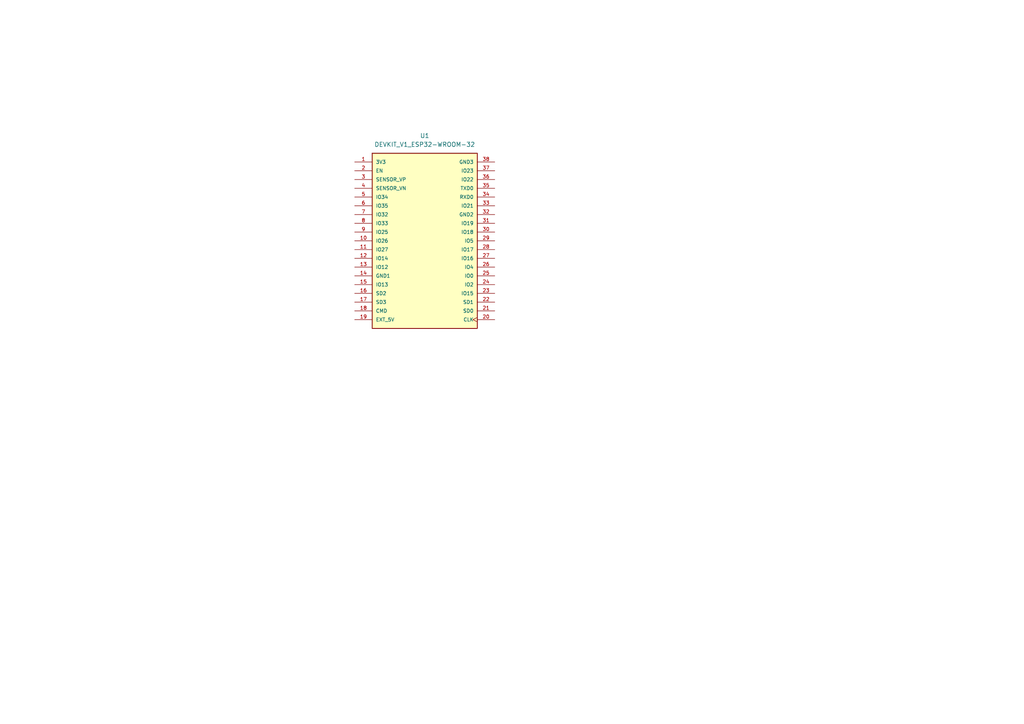
<source format=kicad_sch>
(kicad_sch (version 20250114) (generator "eeschema") (generator_version "9.0")
  (paper "A4")
  (lib_symbols
    (symbol "DEVKIT_V1_ESP32-WROOM-32:DEVKIT_V1_ESP32-WROOM-32" (pin_names (offset 1.016))
      (property "Reference" "U" (at -15.2572 26.0643 0))
      (property "Value" "DEVKIT_V1_ESP32-WROOM-32" (at -15.2563 -27.9698 0))
      (symbol "DEVKIT_V1_ESP32-WROOM-32_0_0"
        (rectangle (start -15.24 -25.4) (end 15.24 25.4) (stroke (width 0.254)) (fill (type background)))
        (pin power_in line (at -20.32 22.86 0) (length 5.08) (name "3V3") (number "1"))
        (pin input line (at -20.32 20.32 0) (length 5.08) (name "EN") (number "2"))
        (pin input line (at -20.32 17.78 0) (length 5.08) (name "SENSOR_VP") (number "3"))
        (pin input line (at -20.32 15.24 0) (length 5.08) (name "SENSOR_VN") (number "4"))
        (pin bidirectional line (at -20.32 12.7 0) (length 5.08) (name "IO34") (number "5"))
        (pin bidirectional line (at -20.32 10.16 0) (length 5.08) (name "IO35") (number "6"))
        (pin bidirectional line (at -20.32 7.62 0) (length 5.08) (name "IO32") (number "7"))
        (pin bidirectional line (at -20.32 5.08 0) (length 5.08) (name "IO33") (number "8"))
        (pin bidirectional line (at -20.32 2.54 0) (length 5.08) (name "IO25") (number "9"))
        (pin bidirectional line (at -20.32 0 0) (length 5.08) (name "IO26") (number "10"))
        (pin bidirectional line (at -20.32 -2.54 0) (length 5.08) (name "IO27") (number "11"))
        (pin bidirectional line (at -20.32 -5.08 0) (length 5.08) (name "IO14") (number "12"))
        (pin bidirectional line (at -20.32 -7.62 0) (length 5.08) (name "IO12") (number "13"))
        (pin power_in line (at -20.32 -10.16 0) (length 5.08) (name "GND1") (number "14"))
        (pin bidirectional line (at -20.32 -12.7 0) (length 5.08) (name "IO13") (number "15"))
        (pin bidirectional line (at -20.32 -15.24 0) (length 5.08) (name "SD2") (number "16"))
        (pin bidirectional line (at -20.32 -17.78 0) (length 5.08) (name "SD3") (number "17"))
        (pin bidirectional line (at -20.32 -20.32 0) (length 5.08) (name "CMD") (number "18"))
        (pin power_in line (at -20.32 -22.86 0) (length 5.08) (name "EXT_5V") (number "19"))
        (pin power_in line (at 20.32 22.86 180) (length 5.08) (name "GND3") (number "38"))
        (pin bidirectional line (at 20.32 20.32 180) (length 5.08) (name "IO23") (number "37"))
        (pin bidirectional line (at 20.32 17.78 180) (length 5.08) (name "IO22") (number "36"))
        (pin output line (at 20.32 15.24 180) (length 5.08) (name "TXD0") (number "35"))
        (pin input line (at 20.32 12.7 180) (length 5.08) (name "RXD0") (number "34"))
        (pin bidirectional line (at 20.32 10.16 180) (length 5.08) (name "IO21") (number "33"))
        (pin power_in line (at 20.32 7.62 180) (length 5.08) (name "GND2") (number "32"))
        (pin bidirectional line (at 20.32 5.08 180) (length 5.08) (name "IO19") (number "31"))
        (pin bidirectional line (at 20.32 2.54 180) (length 5.08) (name "IO18") (number "30"))
        (pin bidirectional line (at 20.32 0 180) (length 5.08) (name "IO5") (number "29"))
        (pin bidirectional line (at 20.32 -2.54 180) (length 5.08) (name "IO17") (number "28"))
        (pin bidirectional line (at 20.32 -5.08 180) (length 5.08) (name "IO16") (number "27"))
        (pin bidirectional line (at 20.32 -7.62 180) (length 5.08) (name "IO4") (number "26"))
        (pin bidirectional line (at 20.32 -10.16 180) (length 5.08) (name "IO0") (number "25"))
        (pin bidirectional line (at 20.32 -12.7 180) (length 5.08) (name "IO2") (number "24"))
        (pin bidirectional line (at 20.32 -15.24 180) (length 5.08) (name "IO15") (number "23"))
        (pin bidirectional line (at 20.32 -17.78 180) (length 5.08) (name "SD1") (number "22"))
        (pin bidirectional line (at 20.32 -20.32 180) (length 5.08) (name "SD0") (number "21"))
        (pin input clock (at 20.32 -22.86 180) (length 5.08) (name "CLK") (number "20"))
      )
    )
  )
  (symbol (lib_id "DEVKIT_V1_ESP32-WROOM-32:DEVKIT_V1_ESP32-WROOM-32") (at 123.19 69.85 0) (unit 1)
    (property "Reference" "U1" (at 123.19 39.37 0))
    (property "Value" "DEVKIT_V1_ESP32-WROOM-32" (at 123.19 41.91 0))
    (property "Footprint" "DEVKIT_V1_ESP32-WROOM-32 (2):MODULE_DEVKIT_V1_ESP32-WROOM-32" (effects (hide yes)))
    (property "MF" "Espressif Systems" (effects (hide yes)))
    (property "Description_1" "WROOM-32 Development Board ESP32 ESP-32S WiFi Bluetooth Dev Module" (effects (hide yes)))
    (property "Package" "Package" (effects (hide yes)))
    (property "Price" "None" (effects (hide yes)))
    (property "Check_prices" "https://www.snapeda.com/parts/DEVKIT%20V1%20ESP32-WROOM-32/Espressif+Systems/view-part/?ref=eda" (effects (hide yes)))
    (property "STANDARD" "Manufacturer Recommendations" (effects (hide yes)))
    (property "PARTREV" "N/A" (effects (hide yes)))
    (property "SnapEDA_Link" "https://www.snapeda.com/parts/DEVKIT%20V1%20ESP32-WROOM-32/Espressif+Systems/view-part/?ref=snap" (effects (hide yes)))
    (property "MP" "DEVKIT V1 ESP32-WROOM-32" (effects (hide yes)))
    (property "Availability" "Not in stock" (effects (hide yes)))
    (property "MANUFACTURER" "Espressif Systems" (effects (hide yes)))
  )
)
</source>
